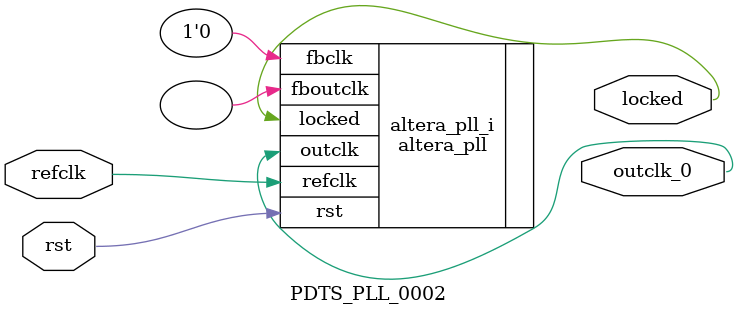
<source format=v>
`timescale 1ns/10ps
module  PDTS_PLL_0002(

	// interface 'refclk'
	input wire refclk,

	// interface 'reset'
	input wire rst,

	// interface 'outclk0'
	output wire outclk_0,

	// interface 'locked'
	output wire locked
);

	altera_pll #(
		.fractional_vco_multiplier("false"),
		.reference_clock_frequency("250.0 MHz"),
		.operation_mode("source synchronous"),
		.number_of_clocks(1),
		.output_clock_frequency0("50.000000 MHz"),
		.phase_shift0("0 ps"),
		.duty_cycle0(50),
		.output_clock_frequency1("0 MHz"),
		.phase_shift1("0 ps"),
		.duty_cycle1(50),
		.output_clock_frequency2("0 MHz"),
		.phase_shift2("0 ps"),
		.duty_cycle2(50),
		.output_clock_frequency3("0 MHz"),
		.phase_shift3("0 ps"),
		.duty_cycle3(50),
		.output_clock_frequency4("0 MHz"),
		.phase_shift4("0 ps"),
		.duty_cycle4(50),
		.output_clock_frequency5("0 MHz"),
		.phase_shift5("0 ps"),
		.duty_cycle5(50),
		.output_clock_frequency6("0 MHz"),
		.phase_shift6("0 ps"),
		.duty_cycle6(50),
		.output_clock_frequency7("0 MHz"),
		.phase_shift7("0 ps"),
		.duty_cycle7(50),
		.output_clock_frequency8("0 MHz"),
		.phase_shift8("0 ps"),
		.duty_cycle8(50),
		.output_clock_frequency9("0 MHz"),
		.phase_shift9("0 ps"),
		.duty_cycle9(50),
		.output_clock_frequency10("0 MHz"),
		.phase_shift10("0 ps"),
		.duty_cycle10(50),
		.output_clock_frequency11("0 MHz"),
		.phase_shift11("0 ps"),
		.duty_cycle11(50),
		.output_clock_frequency12("0 MHz"),
		.phase_shift12("0 ps"),
		.duty_cycle12(50),
		.output_clock_frequency13("0 MHz"),
		.phase_shift13("0 ps"),
		.duty_cycle13(50),
		.output_clock_frequency14("0 MHz"),
		.phase_shift14("0 ps"),
		.duty_cycle14(50),
		.output_clock_frequency15("0 MHz"),
		.phase_shift15("0 ps"),
		.duty_cycle15(50),
		.output_clock_frequency16("0 MHz"),
		.phase_shift16("0 ps"),
		.duty_cycle16(50),
		.output_clock_frequency17("0 MHz"),
		.phase_shift17("0 ps"),
		.duty_cycle17(50),
		.pll_type("General"),
		.pll_subtype("General")
	) altera_pll_i (
		.rst	(rst),
		.outclk	({outclk_0}),
		.locked	(locked),
		.fboutclk	( ),
		.fbclk	(1'b0),
		.refclk	(refclk)
	);
endmodule


</source>
